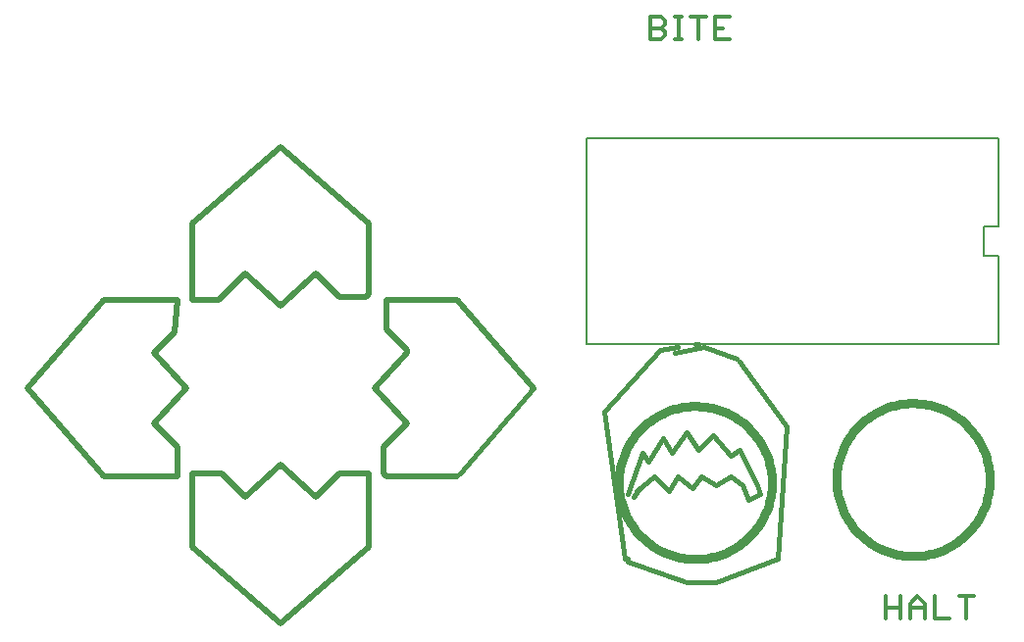
<source format=gto>
G75*
%MOIN*%
%OFA0B0*%
%FSLAX24Y24*%
%IPPOS*%
%LPD*%
%AMOC8*
5,1,8,0,0,1.08239X$1,22.5*
%
%ADD10C,0.0200*%
%ADD11C,0.0160*%
%ADD12C,0.0080*%
%ADD13C,0.0300*%
%ADD14C,0.0140*%
D10*
X006730Y006767D02*
X006730Y009267D01*
X007730Y009267D01*
X008530Y008467D01*
X009730Y009567D01*
X010930Y008467D01*
X011730Y009267D01*
X012730Y009267D01*
X012730Y006767D01*
X009730Y004167D01*
X006730Y006767D01*
X006230Y009167D02*
X003730Y009167D01*
X001130Y012167D01*
X003730Y015167D01*
X006230Y015167D01*
X006130Y014067D01*
X005430Y013367D01*
X006530Y012167D01*
X005430Y010967D01*
X006230Y010167D01*
X006230Y009167D01*
X012930Y012167D02*
X014030Y013367D01*
X014030Y013467D01*
X013330Y014167D01*
X013330Y015167D01*
X015730Y015167D01*
X018330Y012167D01*
X015730Y009167D02*
X013330Y009167D01*
X013230Y009267D01*
X013230Y010167D01*
X014030Y010967D01*
X012930Y012167D01*
X009730Y014967D02*
X008530Y016067D01*
X007630Y015167D01*
X006730Y015167D01*
X006730Y017767D01*
X009730Y020367D01*
X012730Y017767D01*
X012730Y015367D01*
X012630Y015267D01*
X011730Y015267D01*
X010930Y016067D01*
X009730Y014967D01*
D11*
X015830Y009267D02*
X018330Y012167D01*
X020730Y011367D02*
X022630Y013467D01*
X023230Y013567D01*
X023130Y013367D02*
X024130Y013567D01*
X025230Y013167D01*
X025330Y013067D02*
X026930Y010867D01*
X026630Y006367D01*
X024530Y005567D01*
X024430Y005567D02*
X023530Y005567D01*
X021530Y006267D01*
X021530Y006367D02*
X021430Y006367D01*
X020730Y011367D01*
X022030Y009967D02*
X022230Y009667D01*
X022730Y010467D01*
X023030Y009967D01*
X023530Y010667D01*
X023930Y010067D01*
X024430Y010567D01*
X025030Y009867D01*
X025330Y010067D01*
X025930Y008867D01*
X026030Y008567D01*
X025630Y008367D01*
X025430Y008867D01*
X025030Y009167D01*
X024530Y008867D01*
X024030Y009167D01*
X023730Y008767D01*
X023230Y009167D01*
X022930Y008667D01*
X022430Y009167D01*
X021830Y008667D01*
X021930Y008767D02*
X021730Y008467D01*
X021530Y008567D02*
X022030Y009967D01*
X023830Y013667D02*
X023930Y013667D01*
D12*
X020130Y013667D02*
X020130Y020667D01*
X034130Y020667D01*
X034130Y017667D01*
X033630Y017667D01*
X033630Y016667D01*
X034130Y016667D01*
X034130Y013667D01*
X020130Y013667D01*
D13*
X021230Y008967D02*
X021232Y009068D01*
X021238Y009170D01*
X021248Y009271D01*
X021262Y009371D01*
X021279Y009471D01*
X021301Y009570D01*
X021326Y009668D01*
X021356Y009766D01*
X021389Y009862D01*
X021425Y009956D01*
X021466Y010049D01*
X021510Y010141D01*
X021557Y010230D01*
X021609Y010318D01*
X021663Y010404D01*
X021721Y010487D01*
X021782Y010568D01*
X021846Y010647D01*
X021913Y010723D01*
X021983Y010796D01*
X022055Y010867D01*
X022131Y010935D01*
X022209Y011000D01*
X022289Y011061D01*
X022372Y011120D01*
X022457Y011175D01*
X022545Y011227D01*
X022634Y011276D01*
X022725Y011320D01*
X022817Y011362D01*
X022912Y011399D01*
X023007Y011433D01*
X023104Y011464D01*
X023202Y011490D01*
X023301Y011513D01*
X023401Y011531D01*
X023501Y011546D01*
X023602Y011557D01*
X023703Y011564D01*
X023805Y011567D01*
X023906Y011566D01*
X024007Y011561D01*
X024109Y011552D01*
X024209Y011539D01*
X024309Y011522D01*
X024409Y011502D01*
X024507Y011477D01*
X024604Y011449D01*
X024701Y011417D01*
X024796Y011381D01*
X024889Y011342D01*
X024981Y011298D01*
X025071Y011252D01*
X025159Y011202D01*
X025245Y011148D01*
X025329Y011091D01*
X025411Y011031D01*
X025490Y010968D01*
X025567Y010901D01*
X025641Y010832D01*
X025713Y010760D01*
X025781Y010685D01*
X025847Y010608D01*
X025909Y010528D01*
X025969Y010446D01*
X026025Y010361D01*
X026077Y010274D01*
X026127Y010186D01*
X026173Y010095D01*
X026215Y010003D01*
X026253Y009909D01*
X026288Y009814D01*
X026319Y009717D01*
X026347Y009619D01*
X026370Y009521D01*
X026390Y009421D01*
X026406Y009321D01*
X026418Y009220D01*
X026426Y009119D01*
X026430Y009018D01*
X026430Y008916D01*
X026426Y008815D01*
X026418Y008714D01*
X026406Y008613D01*
X026390Y008513D01*
X026370Y008413D01*
X026347Y008315D01*
X026319Y008217D01*
X026288Y008120D01*
X026253Y008025D01*
X026215Y007931D01*
X026173Y007839D01*
X026127Y007748D01*
X026077Y007660D01*
X026025Y007573D01*
X025969Y007488D01*
X025909Y007406D01*
X025847Y007326D01*
X025781Y007249D01*
X025713Y007174D01*
X025641Y007102D01*
X025567Y007033D01*
X025490Y006966D01*
X025411Y006903D01*
X025329Y006843D01*
X025245Y006786D01*
X025159Y006732D01*
X025071Y006682D01*
X024981Y006636D01*
X024889Y006592D01*
X024796Y006553D01*
X024701Y006517D01*
X024604Y006485D01*
X024507Y006457D01*
X024409Y006432D01*
X024309Y006412D01*
X024209Y006395D01*
X024109Y006382D01*
X024007Y006373D01*
X023906Y006368D01*
X023805Y006367D01*
X023703Y006370D01*
X023602Y006377D01*
X023501Y006388D01*
X023401Y006403D01*
X023301Y006421D01*
X023202Y006444D01*
X023104Y006470D01*
X023007Y006501D01*
X022912Y006535D01*
X022817Y006572D01*
X022725Y006614D01*
X022634Y006658D01*
X022545Y006707D01*
X022457Y006759D01*
X022372Y006814D01*
X022289Y006873D01*
X022209Y006934D01*
X022131Y006999D01*
X022055Y007067D01*
X021983Y007138D01*
X021913Y007211D01*
X021846Y007287D01*
X021782Y007366D01*
X021721Y007447D01*
X021663Y007530D01*
X021609Y007616D01*
X021557Y007704D01*
X021510Y007793D01*
X021466Y007885D01*
X021425Y007978D01*
X021389Y008072D01*
X021356Y008168D01*
X021326Y008266D01*
X021301Y008364D01*
X021279Y008463D01*
X021262Y008563D01*
X021248Y008663D01*
X021238Y008764D01*
X021232Y008866D01*
X021230Y008967D01*
X028630Y009067D02*
X028632Y009168D01*
X028638Y009270D01*
X028648Y009371D01*
X028662Y009471D01*
X028679Y009571D01*
X028701Y009670D01*
X028726Y009768D01*
X028756Y009866D01*
X028789Y009962D01*
X028825Y010056D01*
X028866Y010149D01*
X028910Y010241D01*
X028957Y010330D01*
X029009Y010418D01*
X029063Y010504D01*
X029121Y010587D01*
X029182Y010668D01*
X029246Y010747D01*
X029313Y010823D01*
X029383Y010896D01*
X029455Y010967D01*
X029531Y011035D01*
X029609Y011100D01*
X029689Y011161D01*
X029772Y011220D01*
X029857Y011275D01*
X029945Y011327D01*
X030034Y011376D01*
X030125Y011420D01*
X030217Y011462D01*
X030312Y011499D01*
X030407Y011533D01*
X030504Y011564D01*
X030602Y011590D01*
X030701Y011613D01*
X030801Y011631D01*
X030901Y011646D01*
X031002Y011657D01*
X031103Y011664D01*
X031205Y011667D01*
X031306Y011666D01*
X031407Y011661D01*
X031509Y011652D01*
X031609Y011639D01*
X031709Y011622D01*
X031809Y011602D01*
X031907Y011577D01*
X032004Y011549D01*
X032101Y011517D01*
X032196Y011481D01*
X032289Y011442D01*
X032381Y011398D01*
X032471Y011352D01*
X032559Y011302D01*
X032645Y011248D01*
X032729Y011191D01*
X032811Y011131D01*
X032890Y011068D01*
X032967Y011001D01*
X033041Y010932D01*
X033113Y010860D01*
X033181Y010785D01*
X033247Y010708D01*
X033309Y010628D01*
X033369Y010546D01*
X033425Y010461D01*
X033477Y010374D01*
X033527Y010286D01*
X033573Y010195D01*
X033615Y010103D01*
X033653Y010009D01*
X033688Y009914D01*
X033719Y009817D01*
X033747Y009719D01*
X033770Y009621D01*
X033790Y009521D01*
X033806Y009421D01*
X033818Y009320D01*
X033826Y009219D01*
X033830Y009118D01*
X033830Y009016D01*
X033826Y008915D01*
X033818Y008814D01*
X033806Y008713D01*
X033790Y008613D01*
X033770Y008513D01*
X033747Y008415D01*
X033719Y008317D01*
X033688Y008220D01*
X033653Y008125D01*
X033615Y008031D01*
X033573Y007939D01*
X033527Y007848D01*
X033477Y007760D01*
X033425Y007673D01*
X033369Y007588D01*
X033309Y007506D01*
X033247Y007426D01*
X033181Y007349D01*
X033113Y007274D01*
X033041Y007202D01*
X032967Y007133D01*
X032890Y007066D01*
X032811Y007003D01*
X032729Y006943D01*
X032645Y006886D01*
X032559Y006832D01*
X032471Y006782D01*
X032381Y006736D01*
X032289Y006692D01*
X032196Y006653D01*
X032101Y006617D01*
X032004Y006585D01*
X031907Y006557D01*
X031809Y006532D01*
X031709Y006512D01*
X031609Y006495D01*
X031509Y006482D01*
X031407Y006473D01*
X031306Y006468D01*
X031205Y006467D01*
X031103Y006470D01*
X031002Y006477D01*
X030901Y006488D01*
X030801Y006503D01*
X030701Y006521D01*
X030602Y006544D01*
X030504Y006570D01*
X030407Y006601D01*
X030312Y006635D01*
X030217Y006672D01*
X030125Y006714D01*
X030034Y006758D01*
X029945Y006807D01*
X029857Y006859D01*
X029772Y006914D01*
X029689Y006973D01*
X029609Y007034D01*
X029531Y007099D01*
X029455Y007167D01*
X029383Y007238D01*
X029313Y007311D01*
X029246Y007387D01*
X029182Y007466D01*
X029121Y007547D01*
X029063Y007630D01*
X029009Y007716D01*
X028957Y007804D01*
X028910Y007893D01*
X028866Y007985D01*
X028825Y008078D01*
X028789Y008172D01*
X028756Y008268D01*
X028726Y008366D01*
X028701Y008464D01*
X028679Y008563D01*
X028662Y008663D01*
X028648Y008763D01*
X028638Y008864D01*
X028632Y008966D01*
X028630Y009067D01*
D14*
X030300Y005104D02*
X030300Y004343D01*
X030300Y004723D02*
X030807Y004723D01*
X031129Y004723D02*
X031636Y004723D01*
X031636Y004850D02*
X031636Y004343D01*
X031957Y004343D02*
X032465Y004343D01*
X031957Y004343D02*
X031957Y005104D01*
X031636Y004850D02*
X031382Y005104D01*
X031129Y004850D01*
X031129Y004343D01*
X030807Y004343D02*
X030807Y005104D01*
X032786Y005104D02*
X033293Y005104D01*
X033040Y005104D02*
X033040Y004343D01*
X025017Y024043D02*
X024510Y024043D01*
X024510Y024804D01*
X025017Y024804D01*
X024763Y024423D02*
X024510Y024423D01*
X024188Y024804D02*
X023681Y024804D01*
X023935Y024804D02*
X023935Y024043D01*
X023382Y024043D02*
X023129Y024043D01*
X023255Y024043D02*
X023255Y024804D01*
X023129Y024804D02*
X023382Y024804D01*
X022807Y024677D02*
X022807Y024550D01*
X022680Y024423D01*
X022300Y024423D01*
X022300Y024043D02*
X022680Y024043D01*
X022807Y024170D01*
X022807Y024297D01*
X022680Y024423D01*
X022807Y024677D02*
X022680Y024804D01*
X022300Y024804D01*
X022300Y024043D01*
M02*

</source>
